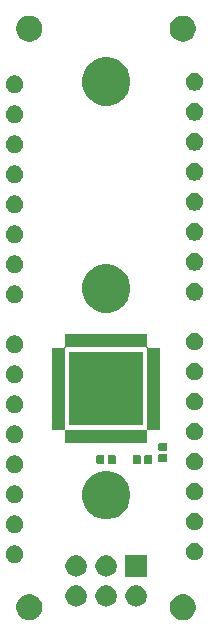
<source format=gbr>
G04 #@! TF.GenerationSoftware,KiCad,Pcbnew,5.1.5-52549c5~84~ubuntu18.04.1*
G04 #@! TF.CreationDate,2020-01-13T21:42:59-08:00*
G04 #@! TF.ProjectId,somos_wristband_1.0,736f6d6f-735f-4777-9269-737462616e64,rev?*
G04 #@! TF.SameCoordinates,Original*
G04 #@! TF.FileFunction,Soldermask,Top*
G04 #@! TF.FilePolarity,Negative*
%FSLAX46Y46*%
G04 Gerber Fmt 4.6, Leading zero omitted, Abs format (unit mm)*
G04 Created by KiCad (PCBNEW 5.1.5-52549c5~84~ubuntu18.04.1) date 2020-01-13 21:42:59*
%MOMM*%
%LPD*%
G04 APERTURE LIST*
%ADD10C,0.100000*%
G04 APERTURE END LIST*
D10*
G36*
X156714795Y-126420156D02*
G01*
X156821150Y-126441311D01*
X156845166Y-126451259D01*
X157021520Y-126524307D01*
X157201844Y-126644795D01*
X157355205Y-126798156D01*
X157475693Y-126978480D01*
X157558689Y-127178851D01*
X157601000Y-127391560D01*
X157601000Y-127608440D01*
X157558689Y-127821149D01*
X157475693Y-128021520D01*
X157355205Y-128201844D01*
X157201844Y-128355205D01*
X157021520Y-128475693D01*
X156921334Y-128517191D01*
X156821150Y-128558689D01*
X156714794Y-128579845D01*
X156608440Y-128601000D01*
X156391560Y-128601000D01*
X156285206Y-128579845D01*
X156178850Y-128558689D01*
X156078666Y-128517191D01*
X155978480Y-128475693D01*
X155798156Y-128355205D01*
X155644795Y-128201844D01*
X155524307Y-128021520D01*
X155441311Y-127821149D01*
X155399000Y-127608440D01*
X155399000Y-127391560D01*
X155441311Y-127178851D01*
X155524307Y-126978480D01*
X155644795Y-126798156D01*
X155798156Y-126644795D01*
X155978480Y-126524307D01*
X156154834Y-126451259D01*
X156178850Y-126441311D01*
X156285205Y-126420156D01*
X156391560Y-126399000D01*
X156608440Y-126399000D01*
X156714795Y-126420156D01*
G37*
G36*
X143714795Y-126420156D02*
G01*
X143821150Y-126441311D01*
X143845166Y-126451259D01*
X144021520Y-126524307D01*
X144201844Y-126644795D01*
X144355205Y-126798156D01*
X144475693Y-126978480D01*
X144558689Y-127178851D01*
X144601000Y-127391560D01*
X144601000Y-127608440D01*
X144558689Y-127821149D01*
X144475693Y-128021520D01*
X144355205Y-128201844D01*
X144201844Y-128355205D01*
X144021520Y-128475693D01*
X143921334Y-128517191D01*
X143821150Y-128558689D01*
X143714794Y-128579845D01*
X143608440Y-128601000D01*
X143391560Y-128601000D01*
X143285206Y-128579845D01*
X143178850Y-128558689D01*
X143078666Y-128517191D01*
X142978480Y-128475693D01*
X142798156Y-128355205D01*
X142644795Y-128201844D01*
X142524307Y-128021520D01*
X142441311Y-127821149D01*
X142399000Y-127608440D01*
X142399000Y-127391560D01*
X142441311Y-127178851D01*
X142524307Y-126978480D01*
X142644795Y-126798156D01*
X142798156Y-126644795D01*
X142978480Y-126524307D01*
X143154834Y-126451259D01*
X143178850Y-126441311D01*
X143285205Y-126420156D01*
X143391560Y-126399000D01*
X143608440Y-126399000D01*
X143714795Y-126420156D01*
G37*
G36*
X150113512Y-125643927D02*
G01*
X150262812Y-125673624D01*
X150426784Y-125741544D01*
X150574354Y-125840147D01*
X150699853Y-125965646D01*
X150798456Y-126113216D01*
X150866376Y-126277188D01*
X150901000Y-126451259D01*
X150901000Y-126628741D01*
X150866376Y-126802812D01*
X150798456Y-126966784D01*
X150699853Y-127114354D01*
X150574354Y-127239853D01*
X150426784Y-127338456D01*
X150262812Y-127406376D01*
X150113512Y-127436073D01*
X150088742Y-127441000D01*
X149911258Y-127441000D01*
X149886488Y-127436073D01*
X149737188Y-127406376D01*
X149573216Y-127338456D01*
X149425646Y-127239853D01*
X149300147Y-127114354D01*
X149201544Y-126966784D01*
X149133624Y-126802812D01*
X149099000Y-126628741D01*
X149099000Y-126451259D01*
X149133624Y-126277188D01*
X149201544Y-126113216D01*
X149300147Y-125965646D01*
X149425646Y-125840147D01*
X149573216Y-125741544D01*
X149737188Y-125673624D01*
X149886488Y-125643927D01*
X149911258Y-125639000D01*
X150088742Y-125639000D01*
X150113512Y-125643927D01*
G37*
G36*
X147573512Y-125643927D02*
G01*
X147722812Y-125673624D01*
X147886784Y-125741544D01*
X148034354Y-125840147D01*
X148159853Y-125965646D01*
X148258456Y-126113216D01*
X148326376Y-126277188D01*
X148361000Y-126451259D01*
X148361000Y-126628741D01*
X148326376Y-126802812D01*
X148258456Y-126966784D01*
X148159853Y-127114354D01*
X148034354Y-127239853D01*
X147886784Y-127338456D01*
X147722812Y-127406376D01*
X147573512Y-127436073D01*
X147548742Y-127441000D01*
X147371258Y-127441000D01*
X147346488Y-127436073D01*
X147197188Y-127406376D01*
X147033216Y-127338456D01*
X146885646Y-127239853D01*
X146760147Y-127114354D01*
X146661544Y-126966784D01*
X146593624Y-126802812D01*
X146559000Y-126628741D01*
X146559000Y-126451259D01*
X146593624Y-126277188D01*
X146661544Y-126113216D01*
X146760147Y-125965646D01*
X146885646Y-125840147D01*
X147033216Y-125741544D01*
X147197188Y-125673624D01*
X147346488Y-125643927D01*
X147371258Y-125639000D01*
X147548742Y-125639000D01*
X147573512Y-125643927D01*
G37*
G36*
X152653512Y-125643927D02*
G01*
X152802812Y-125673624D01*
X152966784Y-125741544D01*
X153114354Y-125840147D01*
X153239853Y-125965646D01*
X153338456Y-126113216D01*
X153406376Y-126277188D01*
X153441000Y-126451259D01*
X153441000Y-126628741D01*
X153406376Y-126802812D01*
X153338456Y-126966784D01*
X153239853Y-127114354D01*
X153114354Y-127239853D01*
X152966784Y-127338456D01*
X152802812Y-127406376D01*
X152653512Y-127436073D01*
X152628742Y-127441000D01*
X152451258Y-127441000D01*
X152426488Y-127436073D01*
X152277188Y-127406376D01*
X152113216Y-127338456D01*
X151965646Y-127239853D01*
X151840147Y-127114354D01*
X151741544Y-126966784D01*
X151673624Y-126802812D01*
X151639000Y-126628741D01*
X151639000Y-126451259D01*
X151673624Y-126277188D01*
X151741544Y-126113216D01*
X151840147Y-125965646D01*
X151965646Y-125840147D01*
X152113216Y-125741544D01*
X152277188Y-125673624D01*
X152426488Y-125643927D01*
X152451258Y-125639000D01*
X152628742Y-125639000D01*
X152653512Y-125643927D01*
G37*
G36*
X153441000Y-124901000D02*
G01*
X151639000Y-124901000D01*
X151639000Y-123099000D01*
X153441000Y-123099000D01*
X153441000Y-124901000D01*
G37*
G36*
X147573512Y-123103927D02*
G01*
X147722812Y-123133624D01*
X147886784Y-123201544D01*
X148034354Y-123300147D01*
X148159853Y-123425646D01*
X148258456Y-123573216D01*
X148326376Y-123737188D01*
X148361000Y-123911259D01*
X148361000Y-124088741D01*
X148326376Y-124262812D01*
X148258456Y-124426784D01*
X148159853Y-124574354D01*
X148034354Y-124699853D01*
X147886784Y-124798456D01*
X147722812Y-124866376D01*
X147573512Y-124896073D01*
X147548742Y-124901000D01*
X147371258Y-124901000D01*
X147346488Y-124896073D01*
X147197188Y-124866376D01*
X147033216Y-124798456D01*
X146885646Y-124699853D01*
X146760147Y-124574354D01*
X146661544Y-124426784D01*
X146593624Y-124262812D01*
X146559000Y-124088741D01*
X146559000Y-123911259D01*
X146593624Y-123737188D01*
X146661544Y-123573216D01*
X146760147Y-123425646D01*
X146885646Y-123300147D01*
X147033216Y-123201544D01*
X147197188Y-123133624D01*
X147346488Y-123103927D01*
X147371258Y-123099000D01*
X147548742Y-123099000D01*
X147573512Y-123103927D01*
G37*
G36*
X150113512Y-123103927D02*
G01*
X150262812Y-123133624D01*
X150426784Y-123201544D01*
X150574354Y-123300147D01*
X150699853Y-123425646D01*
X150798456Y-123573216D01*
X150866376Y-123737188D01*
X150901000Y-123911259D01*
X150901000Y-124088741D01*
X150866376Y-124262812D01*
X150798456Y-124426784D01*
X150699853Y-124574354D01*
X150574354Y-124699853D01*
X150426784Y-124798456D01*
X150262812Y-124866376D01*
X150113512Y-124896073D01*
X150088742Y-124901000D01*
X149911258Y-124901000D01*
X149886488Y-124896073D01*
X149737188Y-124866376D01*
X149573216Y-124798456D01*
X149425646Y-124699853D01*
X149300147Y-124574354D01*
X149201544Y-124426784D01*
X149133624Y-124262812D01*
X149099000Y-124088741D01*
X149099000Y-123911259D01*
X149133624Y-123737188D01*
X149201544Y-123573216D01*
X149300147Y-123425646D01*
X149425646Y-123300147D01*
X149573216Y-123201544D01*
X149737188Y-123133624D01*
X149886488Y-123103927D01*
X149911258Y-123099000D01*
X150088742Y-123099000D01*
X150113512Y-123103927D01*
G37*
G36*
X142459059Y-122277860D02*
G01*
X142515564Y-122301265D01*
X142595732Y-122334472D01*
X142718735Y-122416660D01*
X142823340Y-122521265D01*
X142905528Y-122644268D01*
X142905529Y-122644270D01*
X142962140Y-122780941D01*
X142991000Y-122926032D01*
X142991000Y-123073968D01*
X142965624Y-123201544D01*
X142962140Y-123219059D01*
X142905528Y-123355732D01*
X142823340Y-123478735D01*
X142718735Y-123583340D01*
X142595732Y-123665528D01*
X142595731Y-123665529D01*
X142595730Y-123665529D01*
X142459059Y-123722140D01*
X142313968Y-123751000D01*
X142166032Y-123751000D01*
X142020941Y-123722140D01*
X141884270Y-123665529D01*
X141884269Y-123665529D01*
X141884268Y-123665528D01*
X141761265Y-123583340D01*
X141656660Y-123478735D01*
X141574472Y-123355732D01*
X141517860Y-123219059D01*
X141514376Y-123201544D01*
X141489000Y-123073968D01*
X141489000Y-122926032D01*
X141517860Y-122780941D01*
X141574471Y-122644270D01*
X141574472Y-122644268D01*
X141656660Y-122521265D01*
X141761265Y-122416660D01*
X141884268Y-122334472D01*
X141964437Y-122301265D01*
X142020941Y-122277860D01*
X142166032Y-122249000D01*
X142313968Y-122249000D01*
X142459059Y-122277860D01*
G37*
G36*
X157699059Y-122057860D02*
G01*
X157835732Y-122114472D01*
X157958735Y-122196660D01*
X158063340Y-122301265D01*
X158140444Y-122416660D01*
X158145529Y-122424270D01*
X158202140Y-122560941D01*
X158231000Y-122706032D01*
X158231000Y-122853968D01*
X158202140Y-122999059D01*
X158145528Y-123135732D01*
X158063340Y-123258735D01*
X157958735Y-123363340D01*
X157835732Y-123445528D01*
X157835731Y-123445529D01*
X157835730Y-123445529D01*
X157699059Y-123502140D01*
X157553968Y-123531000D01*
X157406032Y-123531000D01*
X157260941Y-123502140D01*
X157124270Y-123445529D01*
X157124269Y-123445529D01*
X157124268Y-123445528D01*
X157001265Y-123363340D01*
X156896660Y-123258735D01*
X156814472Y-123135732D01*
X156757860Y-122999059D01*
X156729000Y-122853968D01*
X156729000Y-122706032D01*
X156757860Y-122560941D01*
X156814471Y-122424270D01*
X156819556Y-122416660D01*
X156896660Y-122301265D01*
X157001265Y-122196660D01*
X157124268Y-122114472D01*
X157260941Y-122057860D01*
X157406032Y-122029000D01*
X157553968Y-122029000D01*
X157699059Y-122057860D01*
G37*
G36*
X142459059Y-119737860D02*
G01*
X142515564Y-119761265D01*
X142595732Y-119794472D01*
X142718735Y-119876660D01*
X142823340Y-119981265D01*
X142869935Y-120051000D01*
X142905529Y-120104270D01*
X142962140Y-120240941D01*
X142991000Y-120386032D01*
X142991000Y-120533968D01*
X142962140Y-120679059D01*
X142905528Y-120815732D01*
X142823340Y-120938735D01*
X142718735Y-121043340D01*
X142595732Y-121125528D01*
X142595731Y-121125529D01*
X142595730Y-121125529D01*
X142459059Y-121182140D01*
X142313968Y-121211000D01*
X142166032Y-121211000D01*
X142020941Y-121182140D01*
X141884270Y-121125529D01*
X141884269Y-121125529D01*
X141884268Y-121125528D01*
X141761265Y-121043340D01*
X141656660Y-120938735D01*
X141574472Y-120815732D01*
X141517860Y-120679059D01*
X141489000Y-120533968D01*
X141489000Y-120386032D01*
X141517860Y-120240941D01*
X141574471Y-120104270D01*
X141610065Y-120051000D01*
X141656660Y-119981265D01*
X141761265Y-119876660D01*
X141884268Y-119794472D01*
X141964437Y-119761265D01*
X142020941Y-119737860D01*
X142166032Y-119709000D01*
X142313968Y-119709000D01*
X142459059Y-119737860D01*
G37*
G36*
X157699059Y-119517860D02*
G01*
X157835732Y-119574472D01*
X157958735Y-119656660D01*
X158063340Y-119761265D01*
X158140444Y-119876660D01*
X158145529Y-119884270D01*
X158202140Y-120020941D01*
X158231000Y-120166032D01*
X158231000Y-120313968D01*
X158202140Y-120459059D01*
X158145528Y-120595732D01*
X158063340Y-120718735D01*
X157958735Y-120823340D01*
X157835732Y-120905528D01*
X157835731Y-120905529D01*
X157835730Y-120905529D01*
X157699059Y-120962140D01*
X157553968Y-120991000D01*
X157406032Y-120991000D01*
X157260941Y-120962140D01*
X157124270Y-120905529D01*
X157124269Y-120905529D01*
X157124268Y-120905528D01*
X157001265Y-120823340D01*
X156896660Y-120718735D01*
X156814472Y-120595732D01*
X156757860Y-120459059D01*
X156729000Y-120313968D01*
X156729000Y-120166032D01*
X156757860Y-120020941D01*
X156814471Y-119884270D01*
X156819556Y-119876660D01*
X156896660Y-119761265D01*
X157001265Y-119656660D01*
X157124268Y-119574472D01*
X157260941Y-119517860D01*
X157406032Y-119489000D01*
X157553968Y-119489000D01*
X157699059Y-119517860D01*
G37*
G36*
X150598254Y-116027818D02*
G01*
X150971511Y-116182426D01*
X150971513Y-116182427D01*
X151307436Y-116406884D01*
X151593116Y-116692564D01*
X151817574Y-117028489D01*
X151972182Y-117401746D01*
X152051000Y-117797993D01*
X152051000Y-118202007D01*
X151972182Y-118598254D01*
X151817574Y-118971511D01*
X151817573Y-118971513D01*
X151593116Y-119307436D01*
X151307436Y-119593116D01*
X150971513Y-119817573D01*
X150971512Y-119817574D01*
X150971511Y-119817574D01*
X150598254Y-119972182D01*
X150202007Y-120051000D01*
X149797993Y-120051000D01*
X149401746Y-119972182D01*
X149028489Y-119817574D01*
X149028488Y-119817574D01*
X149028487Y-119817573D01*
X148692564Y-119593116D01*
X148406884Y-119307436D01*
X148182427Y-118971513D01*
X148182426Y-118971511D01*
X148027818Y-118598254D01*
X147949000Y-118202007D01*
X147949000Y-117797993D01*
X148027818Y-117401746D01*
X148182426Y-117028489D01*
X148406884Y-116692564D01*
X148692564Y-116406884D01*
X149028487Y-116182427D01*
X149028489Y-116182426D01*
X149401746Y-116027818D01*
X149797993Y-115949000D01*
X150202007Y-115949000D01*
X150598254Y-116027818D01*
G37*
G36*
X142459059Y-117197860D02*
G01*
X142515564Y-117221265D01*
X142595732Y-117254472D01*
X142718735Y-117336660D01*
X142823340Y-117441265D01*
X142905528Y-117564268D01*
X142905529Y-117564270D01*
X142962140Y-117700941D01*
X142991000Y-117846032D01*
X142991000Y-117993968D01*
X142962140Y-118139059D01*
X142905528Y-118275732D01*
X142823340Y-118398735D01*
X142718735Y-118503340D01*
X142595732Y-118585528D01*
X142595731Y-118585529D01*
X142595730Y-118585529D01*
X142459059Y-118642140D01*
X142313968Y-118671000D01*
X142166032Y-118671000D01*
X142020941Y-118642140D01*
X141884270Y-118585529D01*
X141884269Y-118585529D01*
X141884268Y-118585528D01*
X141761265Y-118503340D01*
X141656660Y-118398735D01*
X141574472Y-118275732D01*
X141517860Y-118139059D01*
X141489000Y-117993968D01*
X141489000Y-117846032D01*
X141517860Y-117700941D01*
X141574471Y-117564270D01*
X141574472Y-117564268D01*
X141656660Y-117441265D01*
X141761265Y-117336660D01*
X141884268Y-117254472D01*
X141964437Y-117221265D01*
X142020941Y-117197860D01*
X142166032Y-117169000D01*
X142313968Y-117169000D01*
X142459059Y-117197860D01*
G37*
G36*
X157699059Y-116977860D02*
G01*
X157835732Y-117034472D01*
X157958735Y-117116660D01*
X158063340Y-117221265D01*
X158140444Y-117336660D01*
X158145529Y-117344270D01*
X158202140Y-117480941D01*
X158231000Y-117626032D01*
X158231000Y-117773968D01*
X158202140Y-117919059D01*
X158145528Y-118055732D01*
X158063340Y-118178735D01*
X157958735Y-118283340D01*
X157835732Y-118365528D01*
X157835731Y-118365529D01*
X157835730Y-118365529D01*
X157699059Y-118422140D01*
X157553968Y-118451000D01*
X157406032Y-118451000D01*
X157260941Y-118422140D01*
X157124270Y-118365529D01*
X157124269Y-118365529D01*
X157124268Y-118365528D01*
X157001265Y-118283340D01*
X156896660Y-118178735D01*
X156814472Y-118055732D01*
X156757860Y-117919059D01*
X156729000Y-117773968D01*
X156729000Y-117626032D01*
X156757860Y-117480941D01*
X156814471Y-117344270D01*
X156819556Y-117336660D01*
X156896660Y-117221265D01*
X157001265Y-117116660D01*
X157124268Y-117034472D01*
X157260941Y-116977860D01*
X157406032Y-116949000D01*
X157553968Y-116949000D01*
X157699059Y-116977860D01*
G37*
G36*
X142459059Y-114657860D02*
G01*
X142554621Y-114697443D01*
X142595732Y-114714472D01*
X142718735Y-114796660D01*
X142823340Y-114901265D01*
X142905528Y-115024268D01*
X142905529Y-115024270D01*
X142962140Y-115160941D01*
X142991000Y-115306032D01*
X142991000Y-115453968D01*
X142962140Y-115599059D01*
X142905528Y-115735732D01*
X142823340Y-115858735D01*
X142718735Y-115963340D01*
X142595732Y-116045528D01*
X142595731Y-116045529D01*
X142595730Y-116045529D01*
X142459059Y-116102140D01*
X142313968Y-116131000D01*
X142166032Y-116131000D01*
X142020941Y-116102140D01*
X141884270Y-116045529D01*
X141884269Y-116045529D01*
X141884268Y-116045528D01*
X141761265Y-115963340D01*
X141656660Y-115858735D01*
X141574472Y-115735732D01*
X141517860Y-115599059D01*
X141489000Y-115453968D01*
X141489000Y-115306032D01*
X141517860Y-115160941D01*
X141574471Y-115024270D01*
X141574472Y-115024268D01*
X141656660Y-114901265D01*
X141761265Y-114796660D01*
X141884268Y-114714472D01*
X141925380Y-114697443D01*
X142020941Y-114657860D01*
X142166032Y-114629000D01*
X142313968Y-114629000D01*
X142459059Y-114657860D01*
G37*
G36*
X157699059Y-114437860D02*
G01*
X157835732Y-114494472D01*
X157958735Y-114576660D01*
X158063340Y-114681265D01*
X158145528Y-114804268D01*
X158145529Y-114804270D01*
X158202140Y-114940941D01*
X158231000Y-115086032D01*
X158231000Y-115233968D01*
X158213822Y-115320329D01*
X158202140Y-115379059D01*
X158145528Y-115515732D01*
X158063340Y-115638735D01*
X157958735Y-115743340D01*
X157835732Y-115825528D01*
X157835731Y-115825529D01*
X157835730Y-115825529D01*
X157699059Y-115882140D01*
X157553968Y-115911000D01*
X157406032Y-115911000D01*
X157260941Y-115882140D01*
X157124270Y-115825529D01*
X157124269Y-115825529D01*
X157124268Y-115825528D01*
X157001265Y-115743340D01*
X156896660Y-115638735D01*
X156814472Y-115515732D01*
X156757860Y-115379059D01*
X156746178Y-115320329D01*
X156729000Y-115233968D01*
X156729000Y-115086032D01*
X156757860Y-114940941D01*
X156814471Y-114804270D01*
X156814472Y-114804268D01*
X156896660Y-114681265D01*
X157001265Y-114576660D01*
X157124268Y-114494472D01*
X157260941Y-114437860D01*
X157406032Y-114409000D01*
X157553968Y-114409000D01*
X157699059Y-114437860D01*
G37*
G36*
X153826938Y-114631716D02*
G01*
X153847557Y-114637971D01*
X153866553Y-114648124D01*
X153883208Y-114661792D01*
X153896876Y-114678447D01*
X153907029Y-114697443D01*
X153913284Y-114718062D01*
X153916000Y-114745640D01*
X153916000Y-115254360D01*
X153913284Y-115281938D01*
X153907029Y-115302557D01*
X153896876Y-115321553D01*
X153883208Y-115338208D01*
X153866553Y-115351876D01*
X153847557Y-115362029D01*
X153826938Y-115368284D01*
X153799360Y-115371000D01*
X153340640Y-115371000D01*
X153313062Y-115368284D01*
X153292443Y-115362029D01*
X153273447Y-115351876D01*
X153256792Y-115338208D01*
X153243124Y-115321553D01*
X153232971Y-115302557D01*
X153226716Y-115281938D01*
X153224000Y-115254360D01*
X153224000Y-114745640D01*
X153226716Y-114718062D01*
X153232971Y-114697443D01*
X153243124Y-114678447D01*
X153256792Y-114661792D01*
X153273447Y-114648124D01*
X153292443Y-114637971D01*
X153313062Y-114631716D01*
X153340640Y-114629000D01*
X153799360Y-114629000D01*
X153826938Y-114631716D01*
G37*
G36*
X152856938Y-114631716D02*
G01*
X152877557Y-114637971D01*
X152896553Y-114648124D01*
X152913208Y-114661792D01*
X152926876Y-114678447D01*
X152937029Y-114697443D01*
X152943284Y-114718062D01*
X152946000Y-114745640D01*
X152946000Y-115254360D01*
X152943284Y-115281938D01*
X152937029Y-115302557D01*
X152926876Y-115321553D01*
X152913208Y-115338208D01*
X152896553Y-115351876D01*
X152877557Y-115362029D01*
X152856938Y-115368284D01*
X152829360Y-115371000D01*
X152370640Y-115371000D01*
X152343062Y-115368284D01*
X152322443Y-115362029D01*
X152303447Y-115351876D01*
X152286792Y-115338208D01*
X152273124Y-115321553D01*
X152262971Y-115302557D01*
X152256716Y-115281938D01*
X152254000Y-115254360D01*
X152254000Y-114745640D01*
X152256716Y-114718062D01*
X152262971Y-114697443D01*
X152273124Y-114678447D01*
X152286792Y-114661792D01*
X152303447Y-114648124D01*
X152322443Y-114637971D01*
X152343062Y-114631716D01*
X152370640Y-114629000D01*
X152829360Y-114629000D01*
X152856938Y-114631716D01*
G37*
G36*
X149771938Y-114631716D02*
G01*
X149792557Y-114637971D01*
X149811553Y-114648124D01*
X149828208Y-114661792D01*
X149841876Y-114678447D01*
X149852029Y-114697443D01*
X149858284Y-114718062D01*
X149861000Y-114745640D01*
X149861000Y-115254360D01*
X149858284Y-115281938D01*
X149852029Y-115302557D01*
X149841876Y-115321553D01*
X149828208Y-115338208D01*
X149811553Y-115351876D01*
X149792557Y-115362029D01*
X149771938Y-115368284D01*
X149744360Y-115371000D01*
X149285640Y-115371000D01*
X149258062Y-115368284D01*
X149237443Y-115362029D01*
X149218447Y-115351876D01*
X149201792Y-115338208D01*
X149188124Y-115321553D01*
X149177971Y-115302557D01*
X149171716Y-115281938D01*
X149169000Y-115254360D01*
X149169000Y-114745640D01*
X149171716Y-114718062D01*
X149177971Y-114697443D01*
X149188124Y-114678447D01*
X149201792Y-114661792D01*
X149218447Y-114648124D01*
X149237443Y-114637971D01*
X149258062Y-114631716D01*
X149285640Y-114629000D01*
X149744360Y-114629000D01*
X149771938Y-114631716D01*
G37*
G36*
X150741938Y-114631716D02*
G01*
X150762557Y-114637971D01*
X150781553Y-114648124D01*
X150798208Y-114661792D01*
X150811876Y-114678447D01*
X150822029Y-114697443D01*
X150828284Y-114718062D01*
X150831000Y-114745640D01*
X150831000Y-115254360D01*
X150828284Y-115281938D01*
X150822029Y-115302557D01*
X150811876Y-115321553D01*
X150798208Y-115338208D01*
X150781553Y-115351876D01*
X150762557Y-115362029D01*
X150741938Y-115368284D01*
X150714360Y-115371000D01*
X150255640Y-115371000D01*
X150228062Y-115368284D01*
X150207443Y-115362029D01*
X150188447Y-115351876D01*
X150171792Y-115338208D01*
X150158124Y-115321553D01*
X150147971Y-115302557D01*
X150141716Y-115281938D01*
X150139000Y-115254360D01*
X150139000Y-114745640D01*
X150141716Y-114718062D01*
X150147971Y-114697443D01*
X150158124Y-114678447D01*
X150171792Y-114661792D01*
X150188447Y-114648124D01*
X150207443Y-114637971D01*
X150228062Y-114631716D01*
X150255640Y-114629000D01*
X150714360Y-114629000D01*
X150741938Y-114631716D01*
G37*
G36*
X155081938Y-114541716D02*
G01*
X155102557Y-114547971D01*
X155121553Y-114558124D01*
X155138208Y-114571792D01*
X155151876Y-114588447D01*
X155162029Y-114607443D01*
X155168284Y-114628062D01*
X155171000Y-114655640D01*
X155171000Y-115114360D01*
X155168284Y-115141938D01*
X155162029Y-115162557D01*
X155151876Y-115181553D01*
X155138208Y-115198208D01*
X155121553Y-115211876D01*
X155102557Y-115222029D01*
X155081938Y-115228284D01*
X155054360Y-115231000D01*
X154545640Y-115231000D01*
X154518062Y-115228284D01*
X154497443Y-115222029D01*
X154478447Y-115211876D01*
X154461792Y-115198208D01*
X154448124Y-115181553D01*
X154437971Y-115162557D01*
X154431716Y-115141938D01*
X154429000Y-115114360D01*
X154429000Y-114655640D01*
X154431716Y-114628062D01*
X154437971Y-114607443D01*
X154448124Y-114588447D01*
X154461792Y-114571792D01*
X154478447Y-114558124D01*
X154497443Y-114547971D01*
X154518062Y-114541716D01*
X154545640Y-114539000D01*
X155054360Y-114539000D01*
X155081938Y-114541716D01*
G37*
G36*
X155081938Y-113571716D02*
G01*
X155102557Y-113577971D01*
X155121553Y-113588124D01*
X155138208Y-113601792D01*
X155151876Y-113618447D01*
X155162029Y-113637443D01*
X155168284Y-113658062D01*
X155171000Y-113685640D01*
X155171000Y-114144360D01*
X155168284Y-114171938D01*
X155162029Y-114192557D01*
X155151876Y-114211553D01*
X155138208Y-114228208D01*
X155121553Y-114241876D01*
X155102557Y-114252029D01*
X155081938Y-114258284D01*
X155054360Y-114261000D01*
X154545640Y-114261000D01*
X154518062Y-114258284D01*
X154497443Y-114252029D01*
X154478447Y-114241876D01*
X154461792Y-114228208D01*
X154448124Y-114211553D01*
X154437971Y-114192557D01*
X154431716Y-114171938D01*
X154429000Y-114144360D01*
X154429000Y-113685640D01*
X154431716Y-113658062D01*
X154437971Y-113637443D01*
X154448124Y-113618447D01*
X154461792Y-113601792D01*
X154478447Y-113588124D01*
X154497443Y-113577971D01*
X154518062Y-113571716D01*
X154545640Y-113569000D01*
X155054360Y-113569000D01*
X155081938Y-113571716D01*
G37*
G36*
X153475000Y-105400001D02*
G01*
X153477402Y-105424387D01*
X153484515Y-105447836D01*
X153496066Y-105469447D01*
X153511611Y-105488389D01*
X153530553Y-105503934D01*
X153552164Y-105515485D01*
X153575613Y-105522598D01*
X153599999Y-105525000D01*
X154600000Y-105525000D01*
X154600000Y-112475000D01*
X153599999Y-112475000D01*
X153575613Y-112477402D01*
X153552164Y-112484515D01*
X153530553Y-112496066D01*
X153511611Y-112511611D01*
X153496066Y-112530553D01*
X153484515Y-112552164D01*
X153477402Y-112575613D01*
X153475000Y-112599999D01*
X153475000Y-113600000D01*
X146525000Y-113600000D01*
X146525000Y-112599999D01*
X146522598Y-112575613D01*
X146515485Y-112552164D01*
X146503934Y-112530553D01*
X146488389Y-112511611D01*
X146469447Y-112496066D01*
X146447836Y-112484515D01*
X146424387Y-112477402D01*
X146400001Y-112475000D01*
X145400000Y-112475000D01*
X145400000Y-105624999D01*
X146500000Y-105624999D01*
X146500000Y-112375001D01*
X146502402Y-112399387D01*
X146509515Y-112422836D01*
X146521066Y-112444447D01*
X146536611Y-112463389D01*
X146555553Y-112478934D01*
X146577164Y-112490485D01*
X146600613Y-112497598D01*
X146624999Y-112500000D01*
X153375001Y-112500000D01*
X153399387Y-112497598D01*
X153422836Y-112490485D01*
X153444447Y-112478934D01*
X153463389Y-112463389D01*
X153478934Y-112444447D01*
X153490485Y-112422836D01*
X153497598Y-112399387D01*
X153500000Y-112375001D01*
X153500000Y-105624999D01*
X153497598Y-105600613D01*
X153490485Y-105577164D01*
X153478934Y-105555553D01*
X153463389Y-105536611D01*
X153444447Y-105521066D01*
X153422836Y-105509515D01*
X153399387Y-105502402D01*
X153375001Y-105500000D01*
X146624999Y-105500000D01*
X146600613Y-105502402D01*
X146577164Y-105509515D01*
X146555553Y-105521066D01*
X146536611Y-105536611D01*
X146521066Y-105555553D01*
X146509515Y-105577164D01*
X146502402Y-105600613D01*
X146500000Y-105624999D01*
X145400000Y-105624999D01*
X145400000Y-105525000D01*
X146400001Y-105525000D01*
X146424387Y-105522598D01*
X146447836Y-105515485D01*
X146469447Y-105503934D01*
X146488389Y-105488389D01*
X146503934Y-105469447D01*
X146515485Y-105447836D01*
X146522598Y-105424387D01*
X146525000Y-105400001D01*
X146525000Y-104400000D01*
X153475000Y-104400000D01*
X153475000Y-105400001D01*
G37*
G36*
X153100000Y-112100000D02*
G01*
X146900000Y-112100000D01*
X146900000Y-105900000D01*
X153100000Y-105900000D01*
X153100000Y-112100000D01*
G37*
G36*
X142459059Y-112117860D02*
G01*
X142515564Y-112141265D01*
X142595732Y-112174472D01*
X142718735Y-112256660D01*
X142823340Y-112361265D01*
X142864480Y-112422836D01*
X142905529Y-112484270D01*
X142962140Y-112620941D01*
X142991000Y-112766032D01*
X142991000Y-112913968D01*
X142962140Y-113059059D01*
X142905528Y-113195732D01*
X142823340Y-113318735D01*
X142718735Y-113423340D01*
X142595732Y-113505528D01*
X142595731Y-113505529D01*
X142595730Y-113505529D01*
X142459059Y-113562140D01*
X142313968Y-113591000D01*
X142166032Y-113591000D01*
X142020941Y-113562140D01*
X141884270Y-113505529D01*
X141884269Y-113505529D01*
X141884268Y-113505528D01*
X141761265Y-113423340D01*
X141656660Y-113318735D01*
X141574472Y-113195732D01*
X141517860Y-113059059D01*
X141489000Y-112913968D01*
X141489000Y-112766032D01*
X141517860Y-112620941D01*
X141574471Y-112484270D01*
X141615520Y-112422836D01*
X141656660Y-112361265D01*
X141761265Y-112256660D01*
X141884268Y-112174472D01*
X141964437Y-112141265D01*
X142020941Y-112117860D01*
X142166032Y-112089000D01*
X142313968Y-112089000D01*
X142459059Y-112117860D01*
G37*
G36*
X157699059Y-111897860D02*
G01*
X157835732Y-111954472D01*
X157958735Y-112036660D01*
X158063340Y-112141265D01*
X158140444Y-112256660D01*
X158145529Y-112264270D01*
X158202140Y-112400941D01*
X158231000Y-112546032D01*
X158231000Y-112693968D01*
X158202140Y-112839059D01*
X158145528Y-112975732D01*
X158063340Y-113098735D01*
X157958735Y-113203340D01*
X157835732Y-113285528D01*
X157835731Y-113285529D01*
X157835730Y-113285529D01*
X157699059Y-113342140D01*
X157553968Y-113371000D01*
X157406032Y-113371000D01*
X157260941Y-113342140D01*
X157124270Y-113285529D01*
X157124269Y-113285529D01*
X157124268Y-113285528D01*
X157001265Y-113203340D01*
X156896660Y-113098735D01*
X156814472Y-112975732D01*
X156757860Y-112839059D01*
X156729000Y-112693968D01*
X156729000Y-112546032D01*
X156757860Y-112400941D01*
X156814471Y-112264270D01*
X156819556Y-112256660D01*
X156896660Y-112141265D01*
X157001265Y-112036660D01*
X157124268Y-111954472D01*
X157260941Y-111897860D01*
X157406032Y-111869000D01*
X157553968Y-111869000D01*
X157699059Y-111897860D01*
G37*
G36*
X142459059Y-109577860D02*
G01*
X142515564Y-109601265D01*
X142595732Y-109634472D01*
X142718735Y-109716660D01*
X142823340Y-109821265D01*
X142905528Y-109944268D01*
X142905529Y-109944270D01*
X142962140Y-110080941D01*
X142991000Y-110226032D01*
X142991000Y-110373968D01*
X142970904Y-110475000D01*
X142962140Y-110519059D01*
X142905528Y-110655732D01*
X142823340Y-110778735D01*
X142718735Y-110883340D01*
X142595732Y-110965528D01*
X142595731Y-110965529D01*
X142595730Y-110965529D01*
X142459059Y-111022140D01*
X142313968Y-111051000D01*
X142166032Y-111051000D01*
X142020941Y-111022140D01*
X141884270Y-110965529D01*
X141884269Y-110965529D01*
X141884268Y-110965528D01*
X141761265Y-110883340D01*
X141656660Y-110778735D01*
X141574472Y-110655732D01*
X141517860Y-110519059D01*
X141509096Y-110475000D01*
X141489000Y-110373968D01*
X141489000Y-110226032D01*
X141517860Y-110080941D01*
X141574471Y-109944270D01*
X141574472Y-109944268D01*
X141656660Y-109821265D01*
X141761265Y-109716660D01*
X141884268Y-109634472D01*
X141964437Y-109601265D01*
X142020941Y-109577860D01*
X142166032Y-109549000D01*
X142313968Y-109549000D01*
X142459059Y-109577860D01*
G37*
G36*
X157699059Y-109357860D02*
G01*
X157835732Y-109414472D01*
X157958735Y-109496660D01*
X158063340Y-109601265D01*
X158140444Y-109716660D01*
X158145529Y-109724270D01*
X158202140Y-109860941D01*
X158231000Y-110006032D01*
X158231000Y-110153968D01*
X158202140Y-110299059D01*
X158145528Y-110435732D01*
X158063340Y-110558735D01*
X157958735Y-110663340D01*
X157835732Y-110745528D01*
X157835731Y-110745529D01*
X157835730Y-110745529D01*
X157699059Y-110802140D01*
X157553968Y-110831000D01*
X157406032Y-110831000D01*
X157260941Y-110802140D01*
X157124270Y-110745529D01*
X157124269Y-110745529D01*
X157124268Y-110745528D01*
X157001265Y-110663340D01*
X156896660Y-110558735D01*
X156814472Y-110435732D01*
X156757860Y-110299059D01*
X156729000Y-110153968D01*
X156729000Y-110006032D01*
X156757860Y-109860941D01*
X156814471Y-109724270D01*
X156819556Y-109716660D01*
X156896660Y-109601265D01*
X157001265Y-109496660D01*
X157124268Y-109414472D01*
X157260941Y-109357860D01*
X157406032Y-109329000D01*
X157553968Y-109329000D01*
X157699059Y-109357860D01*
G37*
G36*
X142459059Y-107037860D02*
G01*
X142515564Y-107061265D01*
X142595732Y-107094472D01*
X142718735Y-107176660D01*
X142823340Y-107281265D01*
X142905528Y-107404268D01*
X142905529Y-107404270D01*
X142962140Y-107540941D01*
X142991000Y-107686032D01*
X142991000Y-107833968D01*
X142962947Y-107975000D01*
X142962140Y-107979059D01*
X142905528Y-108115732D01*
X142823340Y-108238735D01*
X142718735Y-108343340D01*
X142595732Y-108425528D01*
X142595731Y-108425529D01*
X142595730Y-108425529D01*
X142459059Y-108482140D01*
X142313968Y-108511000D01*
X142166032Y-108511000D01*
X142020941Y-108482140D01*
X141884270Y-108425529D01*
X141884269Y-108425529D01*
X141884268Y-108425528D01*
X141761265Y-108343340D01*
X141656660Y-108238735D01*
X141574472Y-108115732D01*
X141517860Y-107979059D01*
X141517053Y-107975000D01*
X141489000Y-107833968D01*
X141489000Y-107686032D01*
X141517860Y-107540941D01*
X141574471Y-107404270D01*
X141574472Y-107404268D01*
X141656660Y-107281265D01*
X141761265Y-107176660D01*
X141884268Y-107094472D01*
X141964437Y-107061265D01*
X142020941Y-107037860D01*
X142166032Y-107009000D01*
X142313968Y-107009000D01*
X142459059Y-107037860D01*
G37*
G36*
X157699059Y-106817860D02*
G01*
X157835732Y-106874472D01*
X157958735Y-106956660D01*
X158063340Y-107061265D01*
X158140444Y-107176660D01*
X158145529Y-107184270D01*
X158202140Y-107320941D01*
X158231000Y-107466032D01*
X158231000Y-107613968D01*
X158202140Y-107759059D01*
X158145528Y-107895732D01*
X158063340Y-108018735D01*
X157958735Y-108123340D01*
X157835732Y-108205528D01*
X157835731Y-108205529D01*
X157835730Y-108205529D01*
X157699059Y-108262140D01*
X157553968Y-108291000D01*
X157406032Y-108291000D01*
X157260941Y-108262140D01*
X157124270Y-108205529D01*
X157124269Y-108205529D01*
X157124268Y-108205528D01*
X157001265Y-108123340D01*
X156896660Y-108018735D01*
X156814472Y-107895732D01*
X156757860Y-107759059D01*
X156729000Y-107613968D01*
X156729000Y-107466032D01*
X156757860Y-107320941D01*
X156814471Y-107184270D01*
X156819556Y-107176660D01*
X156896660Y-107061265D01*
X157001265Y-106956660D01*
X157124268Y-106874472D01*
X157260941Y-106817860D01*
X157406032Y-106789000D01*
X157553968Y-106789000D01*
X157699059Y-106817860D01*
G37*
G36*
X142459059Y-104497860D02*
G01*
X142515564Y-104521265D01*
X142595732Y-104554472D01*
X142718735Y-104636660D01*
X142823340Y-104741265D01*
X142905528Y-104864268D01*
X142905529Y-104864270D01*
X142962140Y-105000941D01*
X142991000Y-105146032D01*
X142991000Y-105293968D01*
X142962140Y-105439059D01*
X142913887Y-105555553D01*
X142905528Y-105575732D01*
X142823340Y-105698735D01*
X142718735Y-105803340D01*
X142595732Y-105885528D01*
X142595731Y-105885529D01*
X142595730Y-105885529D01*
X142459059Y-105942140D01*
X142313968Y-105971000D01*
X142166032Y-105971000D01*
X142020941Y-105942140D01*
X141884270Y-105885529D01*
X141884269Y-105885529D01*
X141884268Y-105885528D01*
X141761265Y-105803340D01*
X141656660Y-105698735D01*
X141574472Y-105575732D01*
X141566114Y-105555553D01*
X141517860Y-105439059D01*
X141489000Y-105293968D01*
X141489000Y-105146032D01*
X141517860Y-105000941D01*
X141574471Y-104864270D01*
X141574472Y-104864268D01*
X141656660Y-104741265D01*
X141761265Y-104636660D01*
X141884268Y-104554472D01*
X141964437Y-104521265D01*
X142020941Y-104497860D01*
X142166032Y-104469000D01*
X142313968Y-104469000D01*
X142459059Y-104497860D01*
G37*
G36*
X157699059Y-104277860D02*
G01*
X157835732Y-104334472D01*
X157958735Y-104416660D01*
X158063340Y-104521265D01*
X158140444Y-104636660D01*
X158145529Y-104644270D01*
X158202140Y-104780941D01*
X158231000Y-104926032D01*
X158231000Y-105073968D01*
X158202140Y-105219059D01*
X158145528Y-105355732D01*
X158063340Y-105478735D01*
X157958735Y-105583340D01*
X157835732Y-105665528D01*
X157835731Y-105665529D01*
X157835730Y-105665529D01*
X157699059Y-105722140D01*
X157553968Y-105751000D01*
X157406032Y-105751000D01*
X157260941Y-105722140D01*
X157124270Y-105665529D01*
X157124269Y-105665529D01*
X157124268Y-105665528D01*
X157001265Y-105583340D01*
X156896660Y-105478735D01*
X156814472Y-105355732D01*
X156757860Y-105219059D01*
X156729000Y-105073968D01*
X156729000Y-104926032D01*
X156757860Y-104780941D01*
X156814471Y-104644270D01*
X156819556Y-104636660D01*
X156896660Y-104521265D01*
X157001265Y-104416660D01*
X157124268Y-104334472D01*
X157260941Y-104277860D01*
X157406032Y-104249000D01*
X157553968Y-104249000D01*
X157699059Y-104277860D01*
G37*
G36*
X150598254Y-98527818D02*
G01*
X150963382Y-98679059D01*
X150971513Y-98682427D01*
X151182404Y-98823340D01*
X151307436Y-98906884D01*
X151593116Y-99192564D01*
X151817574Y-99528489D01*
X151972182Y-99901746D01*
X152051000Y-100297993D01*
X152051000Y-100702007D01*
X151972182Y-101098254D01*
X151828336Y-101445529D01*
X151817573Y-101471513D01*
X151593116Y-101807436D01*
X151307436Y-102093116D01*
X150971513Y-102317573D01*
X150971512Y-102317574D01*
X150971511Y-102317574D01*
X150598254Y-102472182D01*
X150202007Y-102551000D01*
X149797993Y-102551000D01*
X149401746Y-102472182D01*
X149028489Y-102317574D01*
X149028488Y-102317574D01*
X149028487Y-102317573D01*
X148692564Y-102093116D01*
X148406884Y-101807436D01*
X148182427Y-101471513D01*
X148171664Y-101445529D01*
X148027818Y-101098254D01*
X147949000Y-100702007D01*
X147949000Y-100297993D01*
X148027818Y-99901746D01*
X148182426Y-99528489D01*
X148406884Y-99192564D01*
X148692564Y-98906884D01*
X148817596Y-98823340D01*
X149028487Y-98682427D01*
X149036618Y-98679059D01*
X149401746Y-98527818D01*
X149797993Y-98449000D01*
X150202007Y-98449000D01*
X150598254Y-98527818D01*
G37*
G36*
X142459059Y-100277860D02*
G01*
X142515564Y-100301265D01*
X142595732Y-100334472D01*
X142718735Y-100416660D01*
X142823340Y-100521265D01*
X142905528Y-100644268D01*
X142905529Y-100644270D01*
X142962140Y-100780941D01*
X142991000Y-100926032D01*
X142991000Y-101073968D01*
X142962140Y-101219059D01*
X142905528Y-101355732D01*
X142823340Y-101478735D01*
X142718735Y-101583340D01*
X142595732Y-101665528D01*
X142595731Y-101665529D01*
X142595730Y-101665529D01*
X142459059Y-101722140D01*
X142313968Y-101751000D01*
X142166032Y-101751000D01*
X142020941Y-101722140D01*
X141884270Y-101665529D01*
X141884269Y-101665529D01*
X141884268Y-101665528D01*
X141761265Y-101583340D01*
X141656660Y-101478735D01*
X141574472Y-101355732D01*
X141517860Y-101219059D01*
X141489000Y-101073968D01*
X141489000Y-100926032D01*
X141517860Y-100780941D01*
X141574471Y-100644270D01*
X141574472Y-100644268D01*
X141656660Y-100521265D01*
X141761265Y-100416660D01*
X141884268Y-100334472D01*
X141964437Y-100301265D01*
X142020941Y-100277860D01*
X142166032Y-100249000D01*
X142313968Y-100249000D01*
X142459059Y-100277860D01*
G37*
G36*
X157699059Y-100057860D02*
G01*
X157835732Y-100114472D01*
X157958735Y-100196660D01*
X158063340Y-100301265D01*
X158140444Y-100416660D01*
X158145529Y-100424270D01*
X158202140Y-100560941D01*
X158231000Y-100706032D01*
X158231000Y-100853968D01*
X158202140Y-100999059D01*
X158145528Y-101135732D01*
X158063340Y-101258735D01*
X157958735Y-101363340D01*
X157835732Y-101445528D01*
X157835731Y-101445529D01*
X157835730Y-101445529D01*
X157699059Y-101502140D01*
X157553968Y-101531000D01*
X157406032Y-101531000D01*
X157260941Y-101502140D01*
X157124270Y-101445529D01*
X157124269Y-101445529D01*
X157124268Y-101445528D01*
X157001265Y-101363340D01*
X156896660Y-101258735D01*
X156814472Y-101135732D01*
X156757860Y-100999059D01*
X156729000Y-100853968D01*
X156729000Y-100706032D01*
X156757860Y-100560941D01*
X156814471Y-100424270D01*
X156819556Y-100416660D01*
X156896660Y-100301265D01*
X157001265Y-100196660D01*
X157124268Y-100114472D01*
X157260941Y-100057860D01*
X157406032Y-100029000D01*
X157553968Y-100029000D01*
X157699059Y-100057860D01*
G37*
G36*
X142459059Y-97737860D02*
G01*
X142515564Y-97761265D01*
X142595732Y-97794472D01*
X142718735Y-97876660D01*
X142823340Y-97981265D01*
X142905528Y-98104268D01*
X142905529Y-98104270D01*
X142962140Y-98240941D01*
X142991000Y-98386032D01*
X142991000Y-98533968D01*
X142962140Y-98679059D01*
X142905528Y-98815732D01*
X142823340Y-98938735D01*
X142718735Y-99043340D01*
X142595732Y-99125528D01*
X142595731Y-99125529D01*
X142595730Y-99125529D01*
X142459059Y-99182140D01*
X142313968Y-99211000D01*
X142166032Y-99211000D01*
X142020941Y-99182140D01*
X141884270Y-99125529D01*
X141884269Y-99125529D01*
X141884268Y-99125528D01*
X141761265Y-99043340D01*
X141656660Y-98938735D01*
X141574472Y-98815732D01*
X141517860Y-98679059D01*
X141489000Y-98533968D01*
X141489000Y-98386032D01*
X141517860Y-98240941D01*
X141574471Y-98104270D01*
X141574472Y-98104268D01*
X141656660Y-97981265D01*
X141761265Y-97876660D01*
X141884268Y-97794472D01*
X141964437Y-97761265D01*
X142020941Y-97737860D01*
X142166032Y-97709000D01*
X142313968Y-97709000D01*
X142459059Y-97737860D01*
G37*
G36*
X157699059Y-97517860D02*
G01*
X157835732Y-97574472D01*
X157958735Y-97656660D01*
X158063340Y-97761265D01*
X158140444Y-97876660D01*
X158145529Y-97884270D01*
X158202140Y-98020941D01*
X158231000Y-98166032D01*
X158231000Y-98313968D01*
X158204141Y-98449000D01*
X158202140Y-98459059D01*
X158145528Y-98595732D01*
X158063340Y-98718735D01*
X157958735Y-98823340D01*
X157835732Y-98905528D01*
X157835731Y-98905529D01*
X157835730Y-98905529D01*
X157699059Y-98962140D01*
X157553968Y-98991000D01*
X157406032Y-98991000D01*
X157260941Y-98962140D01*
X157124270Y-98905529D01*
X157124269Y-98905529D01*
X157124268Y-98905528D01*
X157001265Y-98823340D01*
X156896660Y-98718735D01*
X156814472Y-98595732D01*
X156757860Y-98459059D01*
X156755859Y-98449000D01*
X156729000Y-98313968D01*
X156729000Y-98166032D01*
X156757860Y-98020941D01*
X156814471Y-97884270D01*
X156819556Y-97876660D01*
X156896660Y-97761265D01*
X157001265Y-97656660D01*
X157124268Y-97574472D01*
X157260941Y-97517860D01*
X157406032Y-97489000D01*
X157553968Y-97489000D01*
X157699059Y-97517860D01*
G37*
G36*
X142459059Y-95197860D02*
G01*
X142515564Y-95221265D01*
X142595732Y-95254472D01*
X142718735Y-95336660D01*
X142823340Y-95441265D01*
X142905528Y-95564268D01*
X142905529Y-95564270D01*
X142962140Y-95700941D01*
X142991000Y-95846032D01*
X142991000Y-95993968D01*
X142962140Y-96139059D01*
X142905528Y-96275732D01*
X142823340Y-96398735D01*
X142718735Y-96503340D01*
X142595732Y-96585528D01*
X142595731Y-96585529D01*
X142595730Y-96585529D01*
X142459059Y-96642140D01*
X142313968Y-96671000D01*
X142166032Y-96671000D01*
X142020941Y-96642140D01*
X141884270Y-96585529D01*
X141884269Y-96585529D01*
X141884268Y-96585528D01*
X141761265Y-96503340D01*
X141656660Y-96398735D01*
X141574472Y-96275732D01*
X141517860Y-96139059D01*
X141489000Y-95993968D01*
X141489000Y-95846032D01*
X141517860Y-95700941D01*
X141574471Y-95564270D01*
X141574472Y-95564268D01*
X141656660Y-95441265D01*
X141761265Y-95336660D01*
X141884268Y-95254472D01*
X141964437Y-95221265D01*
X142020941Y-95197860D01*
X142166032Y-95169000D01*
X142313968Y-95169000D01*
X142459059Y-95197860D01*
G37*
G36*
X157699059Y-94977860D02*
G01*
X157835732Y-95034472D01*
X157958735Y-95116660D01*
X158063340Y-95221265D01*
X158140444Y-95336660D01*
X158145529Y-95344270D01*
X158202140Y-95480941D01*
X158231000Y-95626032D01*
X158231000Y-95773968D01*
X158202140Y-95919059D01*
X158145528Y-96055732D01*
X158063340Y-96178735D01*
X157958735Y-96283340D01*
X157835732Y-96365528D01*
X157835731Y-96365529D01*
X157835730Y-96365529D01*
X157699059Y-96422140D01*
X157553968Y-96451000D01*
X157406032Y-96451000D01*
X157260941Y-96422140D01*
X157124270Y-96365529D01*
X157124269Y-96365529D01*
X157124268Y-96365528D01*
X157001265Y-96283340D01*
X156896660Y-96178735D01*
X156814472Y-96055732D01*
X156757860Y-95919059D01*
X156729000Y-95773968D01*
X156729000Y-95626032D01*
X156757860Y-95480941D01*
X156814471Y-95344270D01*
X156819556Y-95336660D01*
X156896660Y-95221265D01*
X157001265Y-95116660D01*
X157124268Y-95034472D01*
X157260941Y-94977860D01*
X157406032Y-94949000D01*
X157553968Y-94949000D01*
X157699059Y-94977860D01*
G37*
G36*
X142459059Y-92657860D02*
G01*
X142515564Y-92681265D01*
X142595732Y-92714472D01*
X142718735Y-92796660D01*
X142823340Y-92901265D01*
X142905528Y-93024268D01*
X142905529Y-93024270D01*
X142962140Y-93160941D01*
X142991000Y-93306032D01*
X142991000Y-93453968D01*
X142962140Y-93599059D01*
X142905528Y-93735732D01*
X142823340Y-93858735D01*
X142718735Y-93963340D01*
X142595732Y-94045528D01*
X142595731Y-94045529D01*
X142595730Y-94045529D01*
X142459059Y-94102140D01*
X142313968Y-94131000D01*
X142166032Y-94131000D01*
X142020941Y-94102140D01*
X141884270Y-94045529D01*
X141884269Y-94045529D01*
X141884268Y-94045528D01*
X141761265Y-93963340D01*
X141656660Y-93858735D01*
X141574472Y-93735732D01*
X141517860Y-93599059D01*
X141489000Y-93453968D01*
X141489000Y-93306032D01*
X141517860Y-93160941D01*
X141574471Y-93024270D01*
X141574472Y-93024268D01*
X141656660Y-92901265D01*
X141761265Y-92796660D01*
X141884268Y-92714472D01*
X141964437Y-92681265D01*
X142020941Y-92657860D01*
X142166032Y-92629000D01*
X142313968Y-92629000D01*
X142459059Y-92657860D01*
G37*
G36*
X157699059Y-92437860D02*
G01*
X157835732Y-92494472D01*
X157958735Y-92576660D01*
X158063340Y-92681265D01*
X158140444Y-92796660D01*
X158145529Y-92804270D01*
X158202140Y-92940941D01*
X158231000Y-93086032D01*
X158231000Y-93233968D01*
X158202140Y-93379059D01*
X158145528Y-93515732D01*
X158063340Y-93638735D01*
X157958735Y-93743340D01*
X157835732Y-93825528D01*
X157835731Y-93825529D01*
X157835730Y-93825529D01*
X157699059Y-93882140D01*
X157553968Y-93911000D01*
X157406032Y-93911000D01*
X157260941Y-93882140D01*
X157124270Y-93825529D01*
X157124269Y-93825529D01*
X157124268Y-93825528D01*
X157001265Y-93743340D01*
X156896660Y-93638735D01*
X156814472Y-93515732D01*
X156757860Y-93379059D01*
X156729000Y-93233968D01*
X156729000Y-93086032D01*
X156757860Y-92940941D01*
X156814471Y-92804270D01*
X156819556Y-92796660D01*
X156896660Y-92681265D01*
X157001265Y-92576660D01*
X157124268Y-92494472D01*
X157260941Y-92437860D01*
X157406032Y-92409000D01*
X157553968Y-92409000D01*
X157699059Y-92437860D01*
G37*
G36*
X142459059Y-90117860D02*
G01*
X142515564Y-90141265D01*
X142595732Y-90174472D01*
X142718735Y-90256660D01*
X142823340Y-90361265D01*
X142905528Y-90484268D01*
X142905529Y-90484270D01*
X142962140Y-90620941D01*
X142991000Y-90766032D01*
X142991000Y-90913968D01*
X142962140Y-91059059D01*
X142905528Y-91195732D01*
X142823340Y-91318735D01*
X142718735Y-91423340D01*
X142595732Y-91505528D01*
X142595731Y-91505529D01*
X142595730Y-91505529D01*
X142459059Y-91562140D01*
X142313968Y-91591000D01*
X142166032Y-91591000D01*
X142020941Y-91562140D01*
X141884270Y-91505529D01*
X141884269Y-91505529D01*
X141884268Y-91505528D01*
X141761265Y-91423340D01*
X141656660Y-91318735D01*
X141574472Y-91195732D01*
X141517860Y-91059059D01*
X141489000Y-90913968D01*
X141489000Y-90766032D01*
X141517860Y-90620941D01*
X141574471Y-90484270D01*
X141574472Y-90484268D01*
X141656660Y-90361265D01*
X141761265Y-90256660D01*
X141884268Y-90174472D01*
X141964437Y-90141265D01*
X142020941Y-90117860D01*
X142166032Y-90089000D01*
X142313968Y-90089000D01*
X142459059Y-90117860D01*
G37*
G36*
X157699059Y-89897860D02*
G01*
X157835732Y-89954472D01*
X157958735Y-90036660D01*
X158063340Y-90141265D01*
X158140444Y-90256660D01*
X158145529Y-90264270D01*
X158202140Y-90400941D01*
X158231000Y-90546032D01*
X158231000Y-90693968D01*
X158202140Y-90839059D01*
X158145528Y-90975732D01*
X158063340Y-91098735D01*
X157958735Y-91203340D01*
X157835732Y-91285528D01*
X157835731Y-91285529D01*
X157835730Y-91285529D01*
X157699059Y-91342140D01*
X157553968Y-91371000D01*
X157406032Y-91371000D01*
X157260941Y-91342140D01*
X157124270Y-91285529D01*
X157124269Y-91285529D01*
X157124268Y-91285528D01*
X157001265Y-91203340D01*
X156896660Y-91098735D01*
X156814472Y-90975732D01*
X156757860Y-90839059D01*
X156729000Y-90693968D01*
X156729000Y-90546032D01*
X156757860Y-90400941D01*
X156814471Y-90264270D01*
X156819556Y-90256660D01*
X156896660Y-90141265D01*
X157001265Y-90036660D01*
X157124268Y-89954472D01*
X157260941Y-89897860D01*
X157406032Y-89869000D01*
X157553968Y-89869000D01*
X157699059Y-89897860D01*
G37*
G36*
X142459059Y-87577860D02*
G01*
X142515564Y-87601265D01*
X142595732Y-87634472D01*
X142718735Y-87716660D01*
X142823340Y-87821265D01*
X142905528Y-87944268D01*
X142905529Y-87944270D01*
X142962140Y-88080941D01*
X142991000Y-88226032D01*
X142991000Y-88373968D01*
X142962140Y-88519059D01*
X142905528Y-88655732D01*
X142823340Y-88778735D01*
X142718735Y-88883340D01*
X142595732Y-88965528D01*
X142595731Y-88965529D01*
X142595730Y-88965529D01*
X142459059Y-89022140D01*
X142313968Y-89051000D01*
X142166032Y-89051000D01*
X142020941Y-89022140D01*
X141884270Y-88965529D01*
X141884269Y-88965529D01*
X141884268Y-88965528D01*
X141761265Y-88883340D01*
X141656660Y-88778735D01*
X141574472Y-88655732D01*
X141517860Y-88519059D01*
X141489000Y-88373968D01*
X141489000Y-88226032D01*
X141517860Y-88080941D01*
X141574471Y-87944270D01*
X141574472Y-87944268D01*
X141656660Y-87821265D01*
X141761265Y-87716660D01*
X141884268Y-87634472D01*
X141964437Y-87601265D01*
X142020941Y-87577860D01*
X142166032Y-87549000D01*
X142313968Y-87549000D01*
X142459059Y-87577860D01*
G37*
G36*
X157699059Y-87357860D02*
G01*
X157835732Y-87414472D01*
X157958735Y-87496660D01*
X158063340Y-87601265D01*
X158140444Y-87716660D01*
X158145529Y-87724270D01*
X158202140Y-87860941D01*
X158231000Y-88006032D01*
X158231000Y-88153968D01*
X158202140Y-88299059D01*
X158145528Y-88435732D01*
X158063340Y-88558735D01*
X157958735Y-88663340D01*
X157835732Y-88745528D01*
X157835731Y-88745529D01*
X157835730Y-88745529D01*
X157699059Y-88802140D01*
X157553968Y-88831000D01*
X157406032Y-88831000D01*
X157260941Y-88802140D01*
X157124270Y-88745529D01*
X157124269Y-88745529D01*
X157124268Y-88745528D01*
X157001265Y-88663340D01*
X156896660Y-88558735D01*
X156814472Y-88435732D01*
X156757860Y-88299059D01*
X156729000Y-88153968D01*
X156729000Y-88006032D01*
X156757860Y-87860941D01*
X156814471Y-87724270D01*
X156819556Y-87716660D01*
X156896660Y-87601265D01*
X157001265Y-87496660D01*
X157124268Y-87414472D01*
X157260941Y-87357860D01*
X157406032Y-87329000D01*
X157553968Y-87329000D01*
X157699059Y-87357860D01*
G37*
G36*
X142459059Y-85037860D02*
G01*
X142515564Y-85061265D01*
X142595732Y-85094472D01*
X142718735Y-85176660D01*
X142823340Y-85281265D01*
X142905528Y-85404268D01*
X142905529Y-85404270D01*
X142962140Y-85540941D01*
X142991000Y-85686032D01*
X142991000Y-85833968D01*
X142962140Y-85979059D01*
X142905528Y-86115732D01*
X142823340Y-86238735D01*
X142718735Y-86343340D01*
X142595732Y-86425528D01*
X142595731Y-86425529D01*
X142595730Y-86425529D01*
X142459059Y-86482140D01*
X142313968Y-86511000D01*
X142166032Y-86511000D01*
X142020941Y-86482140D01*
X141884270Y-86425529D01*
X141884269Y-86425529D01*
X141884268Y-86425528D01*
X141761265Y-86343340D01*
X141656660Y-86238735D01*
X141574472Y-86115732D01*
X141517860Y-85979059D01*
X141489000Y-85833968D01*
X141489000Y-85686032D01*
X141517860Y-85540941D01*
X141574471Y-85404270D01*
X141574472Y-85404268D01*
X141656660Y-85281265D01*
X141761265Y-85176660D01*
X141884268Y-85094472D01*
X141964437Y-85061265D01*
X142020941Y-85037860D01*
X142166032Y-85009000D01*
X142313968Y-85009000D01*
X142459059Y-85037860D01*
G37*
G36*
X157697616Y-84817573D02*
G01*
X157699059Y-84817860D01*
X157835732Y-84874472D01*
X157958735Y-84956660D01*
X158063340Y-85061265D01*
X158140444Y-85176660D01*
X158145529Y-85184270D01*
X158202140Y-85320941D01*
X158231000Y-85466032D01*
X158231000Y-85613968D01*
X158202140Y-85759059D01*
X158145528Y-85895732D01*
X158063340Y-86018735D01*
X157958735Y-86123340D01*
X157835732Y-86205528D01*
X157835731Y-86205529D01*
X157835730Y-86205529D01*
X157699059Y-86262140D01*
X157553968Y-86291000D01*
X157406032Y-86291000D01*
X157260941Y-86262140D01*
X157124270Y-86205529D01*
X157124269Y-86205529D01*
X157124268Y-86205528D01*
X157001265Y-86123340D01*
X156896660Y-86018735D01*
X156814472Y-85895732D01*
X156757860Y-85759059D01*
X156729000Y-85613968D01*
X156729000Y-85466032D01*
X156757860Y-85320941D01*
X156814471Y-85184270D01*
X156819556Y-85176660D01*
X156896660Y-85061265D01*
X157001265Y-84956660D01*
X157124268Y-84874472D01*
X157260941Y-84817860D01*
X157262384Y-84817573D01*
X157406032Y-84789000D01*
X157553968Y-84789000D01*
X157697616Y-84817573D01*
G37*
G36*
X150598254Y-81027818D02*
G01*
X150971511Y-81182426D01*
X150971513Y-81182427D01*
X151307436Y-81406884D01*
X151593116Y-81692564D01*
X151817574Y-82028489D01*
X151972182Y-82401746D01*
X152051000Y-82797993D01*
X152051000Y-83202007D01*
X151972182Y-83598254D01*
X151817574Y-83971511D01*
X151817573Y-83971513D01*
X151593116Y-84307436D01*
X151307436Y-84593116D01*
X150971513Y-84817573D01*
X150971512Y-84817574D01*
X150971511Y-84817574D01*
X150598254Y-84972182D01*
X150202007Y-85051000D01*
X149797993Y-85051000D01*
X149401746Y-84972182D01*
X149028489Y-84817574D01*
X149028488Y-84817574D01*
X149028487Y-84817573D01*
X148692564Y-84593116D01*
X148406884Y-84307436D01*
X148182427Y-83971513D01*
X148182426Y-83971511D01*
X148027818Y-83598254D01*
X147949000Y-83202007D01*
X147949000Y-82797993D01*
X148027818Y-82401746D01*
X148182426Y-82028489D01*
X148406884Y-81692564D01*
X148692564Y-81406884D01*
X149028487Y-81182427D01*
X149028489Y-81182426D01*
X149401746Y-81027818D01*
X149797993Y-80949000D01*
X150202007Y-80949000D01*
X150598254Y-81027818D01*
G37*
G36*
X142459059Y-82497860D02*
G01*
X142515564Y-82521265D01*
X142595732Y-82554472D01*
X142718735Y-82636660D01*
X142823340Y-82741265D01*
X142861244Y-82797993D01*
X142905529Y-82864270D01*
X142962140Y-83000941D01*
X142991000Y-83146032D01*
X142991000Y-83293968D01*
X142962140Y-83439059D01*
X142905528Y-83575732D01*
X142823340Y-83698735D01*
X142718735Y-83803340D01*
X142595732Y-83885528D01*
X142595731Y-83885529D01*
X142595730Y-83885529D01*
X142459059Y-83942140D01*
X142313968Y-83971000D01*
X142166032Y-83971000D01*
X142020941Y-83942140D01*
X141884270Y-83885529D01*
X141884269Y-83885529D01*
X141884268Y-83885528D01*
X141761265Y-83803340D01*
X141656660Y-83698735D01*
X141574472Y-83575732D01*
X141517860Y-83439059D01*
X141489000Y-83293968D01*
X141489000Y-83146032D01*
X141517860Y-83000941D01*
X141574471Y-82864270D01*
X141618756Y-82797993D01*
X141656660Y-82741265D01*
X141761265Y-82636660D01*
X141884268Y-82554472D01*
X141964437Y-82521265D01*
X142020941Y-82497860D01*
X142166032Y-82469000D01*
X142313968Y-82469000D01*
X142459059Y-82497860D01*
G37*
G36*
X157699059Y-82277860D02*
G01*
X157835732Y-82334472D01*
X157958735Y-82416660D01*
X158063340Y-82521265D01*
X158140444Y-82636660D01*
X158145529Y-82644270D01*
X158202140Y-82780941D01*
X158231000Y-82926032D01*
X158231000Y-83073968D01*
X158205532Y-83202006D01*
X158202140Y-83219059D01*
X158145528Y-83355732D01*
X158063340Y-83478735D01*
X157958735Y-83583340D01*
X157835732Y-83665528D01*
X157835731Y-83665529D01*
X157835730Y-83665529D01*
X157699059Y-83722140D01*
X157553968Y-83751000D01*
X157406032Y-83751000D01*
X157260941Y-83722140D01*
X157124270Y-83665529D01*
X157124269Y-83665529D01*
X157124268Y-83665528D01*
X157001265Y-83583340D01*
X156896660Y-83478735D01*
X156814472Y-83355732D01*
X156757860Y-83219059D01*
X156754468Y-83202006D01*
X156729000Y-83073968D01*
X156729000Y-82926032D01*
X156757860Y-82780941D01*
X156814471Y-82644270D01*
X156819556Y-82636660D01*
X156896660Y-82521265D01*
X157001265Y-82416660D01*
X157124268Y-82334472D01*
X157260941Y-82277860D01*
X157406032Y-82249000D01*
X157553968Y-82249000D01*
X157699059Y-82277860D01*
G37*
G36*
X156714794Y-77420155D02*
G01*
X156821150Y-77441311D01*
X156921334Y-77482809D01*
X157021520Y-77524307D01*
X157201844Y-77644795D01*
X157355205Y-77798156D01*
X157475693Y-77978480D01*
X157558689Y-78178851D01*
X157601000Y-78391560D01*
X157601000Y-78608440D01*
X157558689Y-78821149D01*
X157475693Y-79021520D01*
X157355205Y-79201844D01*
X157201844Y-79355205D01*
X157021520Y-79475693D01*
X156821150Y-79558689D01*
X156714795Y-79579844D01*
X156608440Y-79601000D01*
X156391560Y-79601000D01*
X156285205Y-79579844D01*
X156178850Y-79558689D01*
X155978480Y-79475693D01*
X155798156Y-79355205D01*
X155644795Y-79201844D01*
X155524307Y-79021520D01*
X155441311Y-78821149D01*
X155399000Y-78608440D01*
X155399000Y-78391560D01*
X155441311Y-78178851D01*
X155524307Y-77978480D01*
X155644795Y-77798156D01*
X155798156Y-77644795D01*
X155978480Y-77524307D01*
X156078666Y-77482809D01*
X156178850Y-77441311D01*
X156285206Y-77420155D01*
X156391560Y-77399000D01*
X156608440Y-77399000D01*
X156714794Y-77420155D01*
G37*
G36*
X143714794Y-77420155D02*
G01*
X143821150Y-77441311D01*
X143921334Y-77482809D01*
X144021520Y-77524307D01*
X144201844Y-77644795D01*
X144355205Y-77798156D01*
X144475693Y-77978480D01*
X144558689Y-78178851D01*
X144601000Y-78391560D01*
X144601000Y-78608440D01*
X144558689Y-78821149D01*
X144475693Y-79021520D01*
X144355205Y-79201844D01*
X144201844Y-79355205D01*
X144021520Y-79475693D01*
X143821150Y-79558689D01*
X143714795Y-79579844D01*
X143608440Y-79601000D01*
X143391560Y-79601000D01*
X143285205Y-79579844D01*
X143178850Y-79558689D01*
X142978480Y-79475693D01*
X142798156Y-79355205D01*
X142644795Y-79201844D01*
X142524307Y-79021520D01*
X142441311Y-78821149D01*
X142399000Y-78608440D01*
X142399000Y-78391560D01*
X142441311Y-78178851D01*
X142524307Y-77978480D01*
X142644795Y-77798156D01*
X142798156Y-77644795D01*
X142978480Y-77524307D01*
X143078666Y-77482809D01*
X143178850Y-77441311D01*
X143285206Y-77420155D01*
X143391560Y-77399000D01*
X143608440Y-77399000D01*
X143714794Y-77420155D01*
G37*
M02*

</source>
